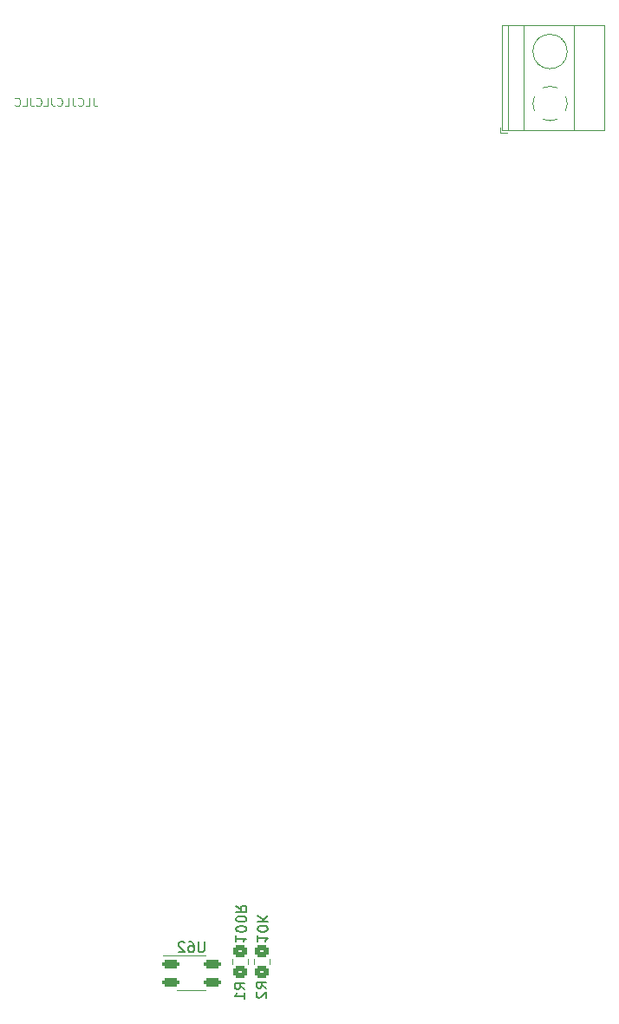
<source format=gbr>
%TF.GenerationSoftware,KiCad,Pcbnew,7.0.9*%
%TF.CreationDate,2023-12-06T10:58:59+01:00*%
%TF.ProjectId,board_fully_integrated,626f6172-645f-4667-956c-6c795f696e74,rev?*%
%TF.SameCoordinates,Original*%
%TF.FileFunction,Legend,Bot*%
%TF.FilePolarity,Positive*%
%FSLAX46Y46*%
G04 Gerber Fmt 4.6, Leading zero omitted, Abs format (unit mm)*
G04 Created by KiCad (PCBNEW 7.0.9) date 2023-12-06 10:58:59*
%MOMM*%
%LPD*%
G01*
G04 APERTURE LIST*
G04 Aperture macros list*
%AMRoundRect*
0 Rectangle with rounded corners*
0 $1 Rounding radius*
0 $2 $3 $4 $5 $6 $7 $8 $9 X,Y pos of 4 corners*
0 Add a 4 corners polygon primitive as box body*
4,1,4,$2,$3,$4,$5,$6,$7,$8,$9,$2,$3,0*
0 Add four circle primitives for the rounded corners*
1,1,$1+$1,$2,$3*
1,1,$1+$1,$4,$5*
1,1,$1+$1,$6,$7*
1,1,$1+$1,$8,$9*
0 Add four rect primitives between the rounded corners*
20,1,$1+$1,$2,$3,$4,$5,0*
20,1,$1+$1,$4,$5,$6,$7,0*
20,1,$1+$1,$6,$7,$8,$9,0*
20,1,$1+$1,$8,$9,$2,$3,0*%
G04 Aperture macros list end*
%ADD10C,0.080000*%
%ADD11C,0.150000*%
%ADD12C,0.120000*%
%ADD13C,3.800000*%
%ADD14C,3.200000*%
%ADD15R,1.700000X1.700000*%
%ADD16O,1.700000X1.700000*%
%ADD17R,0.850000X0.850000*%
%ADD18O,0.850000X0.850000*%
%ADD19RoundRect,0.250000X0.450000X-0.350000X0.450000X0.350000X-0.450000X0.350000X-0.450000X-0.350000X0*%
%ADD20RoundRect,0.250000X-0.450000X0.350000X-0.450000X-0.350000X0.450000X-0.350000X0.450000X0.350000X0*%
%ADD21R,2.600000X2.600000*%
%ADD22C,2.600000*%
%ADD23RoundRect,0.197500X-0.632500X0.197500X-0.632500X-0.197500X0.632500X-0.197500X0.632500X0.197500X0*%
G04 APERTURE END LIST*
D10*
X215419627Y-211427988D02*
X215419627Y-211999416D01*
X215419627Y-211999416D02*
X215457722Y-212113702D01*
X215457722Y-212113702D02*
X215533913Y-212189893D01*
X215533913Y-212189893D02*
X215648198Y-212227988D01*
X215648198Y-212227988D02*
X215724389Y-212227988D01*
X214657722Y-212227988D02*
X215038674Y-212227988D01*
X215038674Y-212227988D02*
X215038674Y-211427988D01*
X213933912Y-212151797D02*
X213972008Y-212189893D01*
X213972008Y-212189893D02*
X214086293Y-212227988D01*
X214086293Y-212227988D02*
X214162484Y-212227988D01*
X214162484Y-212227988D02*
X214276770Y-212189893D01*
X214276770Y-212189893D02*
X214352960Y-212113702D01*
X214352960Y-212113702D02*
X214391055Y-212037512D01*
X214391055Y-212037512D02*
X214429151Y-211885131D01*
X214429151Y-211885131D02*
X214429151Y-211770845D01*
X214429151Y-211770845D02*
X214391055Y-211618464D01*
X214391055Y-211618464D02*
X214352960Y-211542273D01*
X214352960Y-211542273D02*
X214276770Y-211466083D01*
X214276770Y-211466083D02*
X214162484Y-211427988D01*
X214162484Y-211427988D02*
X214086293Y-211427988D01*
X214086293Y-211427988D02*
X213972008Y-211466083D01*
X213972008Y-211466083D02*
X213933912Y-211504178D01*
X213362484Y-211427988D02*
X213362484Y-211999416D01*
X213362484Y-211999416D02*
X213400579Y-212113702D01*
X213400579Y-212113702D02*
X213476770Y-212189893D01*
X213476770Y-212189893D02*
X213591055Y-212227988D01*
X213591055Y-212227988D02*
X213667246Y-212227988D01*
X212600579Y-212227988D02*
X212981531Y-212227988D01*
X212981531Y-212227988D02*
X212981531Y-211427988D01*
X211876769Y-212151797D02*
X211914865Y-212189893D01*
X211914865Y-212189893D02*
X212029150Y-212227988D01*
X212029150Y-212227988D02*
X212105341Y-212227988D01*
X212105341Y-212227988D02*
X212219627Y-212189893D01*
X212219627Y-212189893D02*
X212295817Y-212113702D01*
X212295817Y-212113702D02*
X212333912Y-212037512D01*
X212333912Y-212037512D02*
X212372008Y-211885131D01*
X212372008Y-211885131D02*
X212372008Y-211770845D01*
X212372008Y-211770845D02*
X212333912Y-211618464D01*
X212333912Y-211618464D02*
X212295817Y-211542273D01*
X212295817Y-211542273D02*
X212219627Y-211466083D01*
X212219627Y-211466083D02*
X212105341Y-211427988D01*
X212105341Y-211427988D02*
X212029150Y-211427988D01*
X212029150Y-211427988D02*
X211914865Y-211466083D01*
X211914865Y-211466083D02*
X211876769Y-211504178D01*
X211305341Y-211427988D02*
X211305341Y-211999416D01*
X211305341Y-211999416D02*
X211343436Y-212113702D01*
X211343436Y-212113702D02*
X211419627Y-212189893D01*
X211419627Y-212189893D02*
X211533912Y-212227988D01*
X211533912Y-212227988D02*
X211610103Y-212227988D01*
X210543436Y-212227988D02*
X210924388Y-212227988D01*
X210924388Y-212227988D02*
X210924388Y-211427988D01*
X209819626Y-212151797D02*
X209857722Y-212189893D01*
X209857722Y-212189893D02*
X209972007Y-212227988D01*
X209972007Y-212227988D02*
X210048198Y-212227988D01*
X210048198Y-212227988D02*
X210162484Y-212189893D01*
X210162484Y-212189893D02*
X210238674Y-212113702D01*
X210238674Y-212113702D02*
X210276769Y-212037512D01*
X210276769Y-212037512D02*
X210314865Y-211885131D01*
X210314865Y-211885131D02*
X210314865Y-211770845D01*
X210314865Y-211770845D02*
X210276769Y-211618464D01*
X210276769Y-211618464D02*
X210238674Y-211542273D01*
X210238674Y-211542273D02*
X210162484Y-211466083D01*
X210162484Y-211466083D02*
X210048198Y-211427988D01*
X210048198Y-211427988D02*
X209972007Y-211427988D01*
X209972007Y-211427988D02*
X209857722Y-211466083D01*
X209857722Y-211466083D02*
X209819626Y-211504178D01*
X209248198Y-211427988D02*
X209248198Y-211999416D01*
X209248198Y-211999416D02*
X209286293Y-212113702D01*
X209286293Y-212113702D02*
X209362484Y-212189893D01*
X209362484Y-212189893D02*
X209476769Y-212227988D01*
X209476769Y-212227988D02*
X209552960Y-212227988D01*
X208486293Y-212227988D02*
X208867245Y-212227988D01*
X208867245Y-212227988D02*
X208867245Y-211427988D01*
X207762483Y-212151797D02*
X207800579Y-212189893D01*
X207800579Y-212189893D02*
X207914864Y-212227988D01*
X207914864Y-212227988D02*
X207991055Y-212227988D01*
X207991055Y-212227988D02*
X208105341Y-212189893D01*
X208105341Y-212189893D02*
X208181531Y-212113702D01*
X208181531Y-212113702D02*
X208219626Y-212037512D01*
X208219626Y-212037512D02*
X208257722Y-211885131D01*
X208257722Y-211885131D02*
X208257722Y-211770845D01*
X208257722Y-211770845D02*
X208219626Y-211618464D01*
X208219626Y-211618464D02*
X208181531Y-211542273D01*
X208181531Y-211542273D02*
X208105341Y-211466083D01*
X208105341Y-211466083D02*
X207991055Y-211427988D01*
X207991055Y-211427988D02*
X207914864Y-211427988D01*
X207914864Y-211427988D02*
X207800579Y-211466083D01*
X207800579Y-211466083D02*
X207762483Y-211504178D01*
D11*
X231441304Y-293176269D02*
X231441304Y-293747697D01*
X231441304Y-293461983D02*
X232441304Y-293461983D01*
X232441304Y-293461983D02*
X232298447Y-293557221D01*
X232298447Y-293557221D02*
X232203209Y-293652459D01*
X232203209Y-293652459D02*
X232155590Y-293747697D01*
X232441304Y-292557221D02*
X232441304Y-292461983D01*
X232441304Y-292461983D02*
X232393685Y-292366745D01*
X232393685Y-292366745D02*
X232346066Y-292319126D01*
X232346066Y-292319126D02*
X232250828Y-292271507D01*
X232250828Y-292271507D02*
X232060352Y-292223888D01*
X232060352Y-292223888D02*
X231822257Y-292223888D01*
X231822257Y-292223888D02*
X231631781Y-292271507D01*
X231631781Y-292271507D02*
X231536543Y-292319126D01*
X231536543Y-292319126D02*
X231488924Y-292366745D01*
X231488924Y-292366745D02*
X231441304Y-292461983D01*
X231441304Y-292461983D02*
X231441304Y-292557221D01*
X231441304Y-292557221D02*
X231488924Y-292652459D01*
X231488924Y-292652459D02*
X231536543Y-292700078D01*
X231536543Y-292700078D02*
X231631781Y-292747697D01*
X231631781Y-292747697D02*
X231822257Y-292795316D01*
X231822257Y-292795316D02*
X232060352Y-292795316D01*
X232060352Y-292795316D02*
X232250828Y-292747697D01*
X232250828Y-292747697D02*
X232346066Y-292700078D01*
X232346066Y-292700078D02*
X232393685Y-292652459D01*
X232393685Y-292652459D02*
X232441304Y-292557221D01*
X231441304Y-291795316D02*
X232441304Y-291795316D01*
X231441304Y-291223888D02*
X232012733Y-291652459D01*
X232441304Y-291223888D02*
X231869876Y-291795316D01*
X229333992Y-293186199D02*
X229333992Y-293757627D01*
X229333992Y-293471913D02*
X230333992Y-293471913D01*
X230333992Y-293471913D02*
X230191135Y-293567151D01*
X230191135Y-293567151D02*
X230095897Y-293662389D01*
X230095897Y-293662389D02*
X230048278Y-293757627D01*
X230333992Y-292567151D02*
X230333992Y-292471913D01*
X230333992Y-292471913D02*
X230286373Y-292376675D01*
X230286373Y-292376675D02*
X230238754Y-292329056D01*
X230238754Y-292329056D02*
X230143516Y-292281437D01*
X230143516Y-292281437D02*
X229953040Y-292233818D01*
X229953040Y-292233818D02*
X229714945Y-292233818D01*
X229714945Y-292233818D02*
X229524469Y-292281437D01*
X229524469Y-292281437D02*
X229429231Y-292329056D01*
X229429231Y-292329056D02*
X229381612Y-292376675D01*
X229381612Y-292376675D02*
X229333992Y-292471913D01*
X229333992Y-292471913D02*
X229333992Y-292567151D01*
X229333992Y-292567151D02*
X229381612Y-292662389D01*
X229381612Y-292662389D02*
X229429231Y-292710008D01*
X229429231Y-292710008D02*
X229524469Y-292757627D01*
X229524469Y-292757627D02*
X229714945Y-292805246D01*
X229714945Y-292805246D02*
X229953040Y-292805246D01*
X229953040Y-292805246D02*
X230143516Y-292757627D01*
X230143516Y-292757627D02*
X230238754Y-292710008D01*
X230238754Y-292710008D02*
X230286373Y-292662389D01*
X230286373Y-292662389D02*
X230333992Y-292567151D01*
X230333992Y-291614770D02*
X230333992Y-291519532D01*
X230333992Y-291519532D02*
X230286373Y-291424294D01*
X230286373Y-291424294D02*
X230238754Y-291376675D01*
X230238754Y-291376675D02*
X230143516Y-291329056D01*
X230143516Y-291329056D02*
X229953040Y-291281437D01*
X229953040Y-291281437D02*
X229714945Y-291281437D01*
X229714945Y-291281437D02*
X229524469Y-291329056D01*
X229524469Y-291329056D02*
X229429231Y-291376675D01*
X229429231Y-291376675D02*
X229381612Y-291424294D01*
X229381612Y-291424294D02*
X229333992Y-291519532D01*
X229333992Y-291519532D02*
X229333992Y-291614770D01*
X229333992Y-291614770D02*
X229381612Y-291710008D01*
X229381612Y-291710008D02*
X229429231Y-291757627D01*
X229429231Y-291757627D02*
X229524469Y-291805246D01*
X229524469Y-291805246D02*
X229714945Y-291852865D01*
X229714945Y-291852865D02*
X229953040Y-291852865D01*
X229953040Y-291852865D02*
X230143516Y-291805246D01*
X230143516Y-291805246D02*
X230238754Y-291757627D01*
X230238754Y-291757627D02*
X230286373Y-291710008D01*
X230286373Y-291710008D02*
X230333992Y-291614770D01*
X229333992Y-290281437D02*
X229810183Y-290614770D01*
X229333992Y-290852865D02*
X230333992Y-290852865D01*
X230333992Y-290852865D02*
X230333992Y-290471913D01*
X230333992Y-290471913D02*
X230286373Y-290376675D01*
X230286373Y-290376675D02*
X230238754Y-290329056D01*
X230238754Y-290329056D02*
X230143516Y-290281437D01*
X230143516Y-290281437D02*
X230000659Y-290281437D01*
X230000659Y-290281437D02*
X229905421Y-290329056D01*
X229905421Y-290329056D02*
X229857802Y-290376675D01*
X229857802Y-290376675D02*
X229810183Y-290471913D01*
X229810183Y-290471913D02*
X229810183Y-290852865D01*
X232312813Y-298299879D02*
X231836622Y-297966546D01*
X232312813Y-297728451D02*
X231312813Y-297728451D01*
X231312813Y-297728451D02*
X231312813Y-298109403D01*
X231312813Y-298109403D02*
X231360432Y-298204641D01*
X231360432Y-298204641D02*
X231408051Y-298252260D01*
X231408051Y-298252260D02*
X231503289Y-298299879D01*
X231503289Y-298299879D02*
X231646146Y-298299879D01*
X231646146Y-298299879D02*
X231741384Y-298252260D01*
X231741384Y-298252260D02*
X231789003Y-298204641D01*
X231789003Y-298204641D02*
X231836622Y-298109403D01*
X231836622Y-298109403D02*
X231836622Y-297728451D01*
X231408051Y-298680832D02*
X231360432Y-298728451D01*
X231360432Y-298728451D02*
X231312813Y-298823689D01*
X231312813Y-298823689D02*
X231312813Y-299061784D01*
X231312813Y-299061784D02*
X231360432Y-299157022D01*
X231360432Y-299157022D02*
X231408051Y-299204641D01*
X231408051Y-299204641D02*
X231503289Y-299252260D01*
X231503289Y-299252260D02*
X231598527Y-299252260D01*
X231598527Y-299252260D02*
X231741384Y-299204641D01*
X231741384Y-299204641D02*
X232312813Y-298633213D01*
X232312813Y-298633213D02*
X232312813Y-299252260D01*
X230195397Y-298396581D02*
X229719206Y-298063248D01*
X230195397Y-297825153D02*
X229195397Y-297825153D01*
X229195397Y-297825153D02*
X229195397Y-298206105D01*
X229195397Y-298206105D02*
X229243016Y-298301343D01*
X229243016Y-298301343D02*
X229290635Y-298348962D01*
X229290635Y-298348962D02*
X229385873Y-298396581D01*
X229385873Y-298396581D02*
X229528730Y-298396581D01*
X229528730Y-298396581D02*
X229623968Y-298348962D01*
X229623968Y-298348962D02*
X229671587Y-298301343D01*
X229671587Y-298301343D02*
X229719206Y-298206105D01*
X229719206Y-298206105D02*
X229719206Y-297825153D01*
X230195397Y-299348962D02*
X230195397Y-298777534D01*
X230195397Y-299063248D02*
X229195397Y-299063248D01*
X229195397Y-299063248D02*
X229338254Y-298968010D01*
X229338254Y-298968010D02*
X229433492Y-298872772D01*
X229433492Y-298872772D02*
X229481111Y-298777534D01*
X226227700Y-293786741D02*
X226227700Y-294596264D01*
X226227700Y-294596264D02*
X226180081Y-294691502D01*
X226180081Y-294691502D02*
X226132462Y-294739122D01*
X226132462Y-294739122D02*
X226037224Y-294786741D01*
X226037224Y-294786741D02*
X225846748Y-294786741D01*
X225846748Y-294786741D02*
X225751510Y-294739122D01*
X225751510Y-294739122D02*
X225703891Y-294691502D01*
X225703891Y-294691502D02*
X225656272Y-294596264D01*
X225656272Y-294596264D02*
X225656272Y-293786741D01*
X224751510Y-293786741D02*
X224941986Y-293786741D01*
X224941986Y-293786741D02*
X225037224Y-293834360D01*
X225037224Y-293834360D02*
X225084843Y-293881979D01*
X225084843Y-293881979D02*
X225180081Y-294024836D01*
X225180081Y-294024836D02*
X225227700Y-294215312D01*
X225227700Y-294215312D02*
X225227700Y-294596264D01*
X225227700Y-294596264D02*
X225180081Y-294691502D01*
X225180081Y-294691502D02*
X225132462Y-294739122D01*
X225132462Y-294739122D02*
X225037224Y-294786741D01*
X225037224Y-294786741D02*
X224846748Y-294786741D01*
X224846748Y-294786741D02*
X224751510Y-294739122D01*
X224751510Y-294739122D02*
X224703891Y-294691502D01*
X224703891Y-294691502D02*
X224656272Y-294596264D01*
X224656272Y-294596264D02*
X224656272Y-294358169D01*
X224656272Y-294358169D02*
X224703891Y-294262931D01*
X224703891Y-294262931D02*
X224751510Y-294215312D01*
X224751510Y-294215312D02*
X224846748Y-294167693D01*
X224846748Y-294167693D02*
X225037224Y-294167693D01*
X225037224Y-294167693D02*
X225132462Y-294215312D01*
X225132462Y-294215312D02*
X225180081Y-294262931D01*
X225180081Y-294262931D02*
X225227700Y-294358169D01*
X224275319Y-293881979D02*
X224227700Y-293834360D01*
X224227700Y-293834360D02*
X224132462Y-293786741D01*
X224132462Y-293786741D02*
X223894367Y-293786741D01*
X223894367Y-293786741D02*
X223799129Y-293834360D01*
X223799129Y-293834360D02*
X223751510Y-293881979D01*
X223751510Y-293881979D02*
X223703891Y-293977217D01*
X223703891Y-293977217D02*
X223703891Y-294072455D01*
X223703891Y-294072455D02*
X223751510Y-294215312D01*
X223751510Y-294215312D02*
X224322938Y-294786741D01*
X224322938Y-294786741D02*
X223703891Y-294786741D01*
D12*
%TO.C,R2*%
X231104065Y-295935373D02*
X231104065Y-295481245D01*
X232574065Y-295935373D02*
X232574065Y-295481245D01*
%TO.C,R1*%
X230472066Y-295481245D02*
X230472066Y-295935373D01*
X229002066Y-295481245D02*
X229002066Y-295935373D01*
%TO.C,J11*%
X255100000Y-214840000D02*
X255100000Y-214340000D01*
X255840000Y-214840000D02*
X255100000Y-214840000D01*
X255340000Y-214600000D02*
X255340000Y-204320000D01*
X255900000Y-214600000D02*
X255900000Y-204320000D01*
X257400000Y-214600000D02*
X257400000Y-204320000D01*
X262301000Y-214600000D02*
X262301000Y-204320000D01*
X265261000Y-214600000D02*
X255340000Y-214600000D01*
X265261000Y-214600000D02*
X265261000Y-204320000D01*
X258977000Y-208147000D02*
X258931000Y-208194000D01*
X258761000Y-207954000D02*
X258726000Y-207989000D01*
X261275000Y-205850000D02*
X261239000Y-205885000D01*
X261069000Y-205645000D02*
X261023000Y-205692000D01*
X265261000Y-204320000D02*
X255340000Y-204320000D01*
X259316958Y-213535427D02*
G75*
G03*
X260684000Y-213535000I683041J1535420D01*
G01*
X258319748Y-211971195D02*
G75*
G03*
X258465001Y-212684000I1680253J-28806D01*
G01*
X258465244Y-211316682D02*
G75*
G03*
X258320000Y-212000000I1534756J-683318D01*
G01*
X261535427Y-212683042D02*
G75*
G03*
X261535000Y-211316000I-1535420J683041D01*
G01*
X260683042Y-210464573D02*
G75*
G03*
X259316000Y-210465000I-683041J-1535431D01*
G01*
X261680000Y-206920000D02*
G75*
G03*
X261680000Y-206920000I-1680000J0D01*
G01*
%TO.C,U62*%
X226389606Y-295131922D02*
X222189606Y-295131922D01*
X226389606Y-298531922D02*
X223589606Y-298531922D01*
%TD*%
%LPC*%
D13*
%TO.C,H1*%
X225000000Y-323000000D03*
%TD*%
%TO.C,H1*%
X89770384Y-188765334D03*
%TD*%
D14*
%TO.C,H6*%
X273497423Y-253000000D03*
%TD*%
D13*
%TO.C,H1*%
X155000000Y-346243557D03*
%TD*%
%TO.C,H1*%
X103756443Y-155000000D03*
%TD*%
%TO.C,H1*%
X170750000Y-131036244D03*
%TD*%
%TO.C,H1*%
X355336823Y-300250000D03*
%TD*%
%TO.C,H1*%
X319660731Y-250364266D03*
%TD*%
%TO.C,H1*%
X286871843Y-286871843D03*
%TD*%
%TO.C,H1*%
X140481490Y-202353334D03*
%TD*%
%TO.C,H1*%
X346268813Y-346268813D03*
%TD*%
%TO.C,H1*%
X263952266Y-79628163D03*
%TD*%
%TO.C,H1*%
X300250000Y-94663177D03*
%TD*%
%TO.C,H1*%
X301721086Y-301721086D03*
%TD*%
%TO.C,H1*%
X126005051Y-126005051D03*
%TD*%
%TO.C,H1*%
X268750000Y-149222777D03*
%TD*%
%TO.C,H1*%
X149222777Y-268750000D03*
%TD*%
%TO.C,H1*%
X310750000Y-76476643D03*
%TD*%
%TO.C,H1*%
X264597980Y-264597980D03*
%TD*%
%TO.C,H1*%
X301721086Y-148278914D03*
%TD*%
%TO.C,H1*%
X170908154Y-210506133D03*
%TD*%
%TO.C,H1*%
X134000000Y-382616623D03*
%TD*%
%TO.C,H1*%
X158316044Y-186500000D03*
%TD*%
%TO.C,H1*%
X316570328Y-133429672D03*
%TD*%
%TO.C,H1*%
X266669866Y-69485942D03*
%TD*%
D14*
%TO.C,H4*%
X253000000Y-176502577D03*
%TD*%
D13*
%TO.C,H1*%
X400798500Y-177894934D03*
%TD*%
%TO.C,H1*%
X337150290Y-160250000D03*
%TD*%
%TO.C,H1*%
X120197048Y-196918134D03*
%TD*%
%TO.C,H1*%
X180612534Y-390656279D03*
%TD*%
%TO.C,H1*%
X360229616Y-261234666D03*
%TD*%
%TO.C,H1*%
X191482934Y-350087395D03*
%TD*%
%TO.C,H1*%
X255799466Y-339945173D03*
%TD*%
%TO.C,H1*%
X331419571Y-331419571D03*
%TD*%
D15*
%TO.C,J1*%
X257141306Y-267040053D03*
D16*
X257141306Y-264500053D03*
X257141306Y-261960053D03*
X257141306Y-259420053D03*
%TD*%
D13*
%TO.C,H1*%
X346243557Y-295000000D03*
%TD*%
%TO.C,H1*%
X370371837Y-186047734D03*
%TD*%
%TO.C,H1*%
X112849710Y-160250000D03*
%TD*%
D14*
%TO.C,H5*%
X273497423Y-197000000D03*
%TD*%
D13*
%TO.C,H1*%
X316000000Y-382616623D03*
%TD*%
%TO.C,H1*%
X69485942Y-266669866D03*
%TD*%
D17*
%TO.C,J35*%
X213391306Y-254830053D03*
D18*
X213391306Y-253830053D03*
X213391306Y-252830053D03*
X213391306Y-251830053D03*
X213391306Y-250830053D03*
X213391306Y-249830053D03*
X213391306Y-248830053D03*
X213391306Y-247830053D03*
X213391306Y-246830053D03*
X213391306Y-245830053D03*
X213391306Y-244830053D03*
%TD*%
D13*
%TO.C,H1*%
X176000000Y-309870490D03*
%TD*%
%TO.C,H1*%
X272022601Y-272022601D03*
%TD*%
%TO.C,H1*%
X258517066Y-350087395D03*
%TD*%
%TO.C,H1*%
X373523357Y-139250000D03*
%TD*%
%TO.C,H1*%
X167409311Y-191750000D03*
%TD*%
%TO.C,H1*%
X355336823Y-149750000D03*
%TD*%
%TO.C,H1*%
X67383377Y-134000000D03*
%TD*%
%TO.C,H1*%
X188765334Y-89770384D03*
%TD*%
%TO.C,H1*%
X282590689Y-258250000D03*
%TD*%
%TO.C,H1*%
X337150290Y-289750000D03*
%TD*%
%TO.C,H1*%
X225000000Y-375500000D03*
%TD*%
%TO.C,H1*%
X85569910Y-305500000D03*
%TD*%
%TO.C,H1*%
X225000000Y-354500000D03*
%TD*%
%TO.C,H1*%
X353693434Y-353693434D03*
%TD*%
%TO.C,H1*%
X139250000Y-76476643D03*
%TD*%
%TO.C,H1*%
X261234666Y-89770384D03*
%TD*%
%TO.C,H1*%
X318963756Y-279250000D03*
%TD*%
%TO.C,H1*%
X185402020Y-185402020D03*
%TD*%
%TO.C,H1*%
X364430090Y-305500000D03*
%TD*%
%TO.C,H1*%
X120197048Y-253081866D03*
%TD*%
%TO.C,H1*%
X111155808Y-111155808D03*
%TD*%
%TO.C,H1*%
X346243557Y-155000000D03*
%TD*%
%TO.C,H1*%
X148278914Y-148278914D03*
%TD*%
%TO.C,H1*%
X160250000Y-337150290D03*
%TD*%
%TO.C,H1*%
X103756443Y-295000000D03*
%TD*%
%TO.C,H1*%
X225000000Y-291500000D03*
%TD*%
%TO.C,H1*%
X382616623Y-316000000D03*
%TD*%
%TO.C,H1*%
X94663177Y-300250000D03*
%TD*%
%TO.C,H1*%
X131036244Y-170750000D03*
%TD*%
%TO.C,H1*%
X140129510Y-176000000D03*
%TD*%
%TO.C,H1*%
X299376289Y-244929066D03*
%TD*%
%TO.C,H1*%
X199635734Y-130339269D03*
%TD*%
%TO.C,H1*%
X284500000Y-328057023D03*
%TD*%
%TO.C,H1*%
X364430090Y-144500000D03*
%TD*%
%TO.C,H1*%
X183330134Y-380514058D03*
%TD*%
%TO.C,H1*%
X279091846Y-210506133D03*
%TD*%
%TO.C,H1*%
X207788534Y-289234067D03*
%TD*%
%TO.C,H1*%
X289234067Y-207788534D03*
%TD*%
%TO.C,H1*%
X295000000Y-346243557D03*
%TD*%
%TO.C,H1*%
X76476643Y-310750000D03*
%TD*%
%TO.C,H1*%
X49201500Y-177894934D03*
%TD*%
%TO.C,H1*%
X49201500Y-272105066D03*
%TD*%
%TO.C,H1*%
X181250000Y-149222777D03*
%TD*%
%TO.C,H1*%
X205070934Y-299376289D03*
%TD*%
D14*
%TO.C,H8*%
X197000000Y-273497423D03*
%TD*%
D13*
%TO.C,H1*%
X170552778Y-279447222D03*
%TD*%
%TO.C,H1*%
X110054827Y-194200534D03*
%TD*%
%TO.C,H1*%
X253081866Y-329802952D03*
%TD*%
%TO.C,H1*%
X244929066Y-299376289D03*
%TD*%
%TO.C,H1*%
X264597980Y-185402020D03*
%TD*%
%TO.C,H1*%
X295000000Y-103756443D03*
%TD*%
%TO.C,H1*%
X310750000Y-373523357D03*
%TD*%
%TO.C,H1*%
X319660731Y-199635734D03*
%TD*%
%TO.C,H1*%
X149750000Y-355336823D03*
%TD*%
%TO.C,H1*%
X242211466Y-160765933D03*
%TD*%
%TO.C,H1*%
X170552778Y-170552778D03*
%TD*%
D14*
%TO.C,H9*%
X176502577Y-253000000D03*
%TD*%
D13*
%TO.C,H1*%
X309145707Y-309145707D03*
%TD*%
%TO.C,H1*%
X294296465Y-155703535D03*
%TD*%
%TO.C,H1*%
X255799466Y-110054827D03*
%TD*%
%TO.C,H1*%
X133429672Y-316570328D03*
%TD*%
%TO.C,H1*%
X274000000Y-309870490D03*
%TD*%
%TO.C,H1*%
X258250000Y-167409311D03*
%TD*%
%TO.C,H1*%
X268750000Y-300777223D03*
%TD*%
%TO.C,H1*%
X380514058Y-183330134D03*
%TD*%
%TO.C,H1*%
X279250000Y-318963756D03*
%TD*%
%TO.C,H1*%
X155703535Y-155703535D03*
%TD*%
%TO.C,H1*%
X111155808Y-338844192D03*
%TD*%
%TO.C,H1*%
X79628163Y-186047734D03*
%TD*%
%TO.C,H1*%
X188765334Y-360229616D03*
%TD*%
%TO.C,H1*%
X186500000Y-291683956D03*
%TD*%
%TO.C,H1*%
X400798500Y-272105066D03*
%TD*%
%TO.C,H1*%
X323994949Y-323994949D03*
%TD*%
%TO.C,H1*%
X225000000Y-312500000D03*
%TD*%
%TO.C,H1*%
X253081866Y-120197048D03*
%TD*%
%TO.C,H1*%
X247646666Y-309518510D03*
%TD*%
%TO.C,H1*%
X163128157Y-163128157D03*
%TD*%
%TO.C,H1*%
X186500000Y-158316044D03*
%TD*%
%TO.C,H1*%
X300777223Y-181250000D03*
%TD*%
%TO.C,H1*%
X225000000Y-386000000D03*
%TD*%
%TO.C,H1*%
X289234067Y-242211466D03*
%TD*%
%TO.C,H1*%
X338844192Y-338844192D03*
%TD*%
%TO.C,H1*%
X144500000Y-85569910D03*
%TD*%
%TO.C,H1*%
X133429672Y-133429672D03*
%TD*%
%TO.C,H1*%
X284500000Y-121942977D03*
%TD*%
%TO.C,H1*%
X170750000Y-318963756D03*
%TD*%
%TO.C,H1*%
X239493867Y-170908154D03*
%TD*%
%TO.C,H1*%
X225000000Y-344000000D03*
%TD*%
%TO.C,H1*%
X291683956Y-263500000D03*
%TD*%
%TO.C,H1*%
X309518510Y-202353334D03*
%TD*%
%TO.C,H1*%
X177977399Y-177977399D03*
%TD*%
%TO.C,H1*%
X180612534Y-59343721D03*
%TD*%
%TO.C,H1*%
X299376289Y-205070934D03*
%TD*%
%TO.C,H1*%
X191482934Y-99912605D03*
%TD*%
%TO.C,H1*%
X225000000Y-302000000D03*
%TD*%
%TO.C,H1*%
X305500000Y-85569910D03*
%TD*%
%TO.C,H1*%
X130339269Y-250364266D03*
%TD*%
%TO.C,H1*%
X225000000Y-333500000D03*
%TD*%
%TO.C,H1*%
X99912605Y-191482934D03*
%TD*%
%TO.C,H1*%
X346268813Y-103731187D03*
%TD*%
%TO.C,H1*%
X294296465Y-294296465D03*
%TD*%
%TO.C,H1*%
X126005051Y-323994949D03*
%TD*%
%TO.C,H1*%
X390656279Y-269387466D03*
%TD*%
%TO.C,H1*%
X289750000Y-337150290D03*
%TD*%
%TO.C,H1*%
X199635734Y-319660731D03*
%TD*%
%TO.C,H1*%
X309870490Y-274000000D03*
%TD*%
%TO.C,H1*%
X258517066Y-99912605D03*
%TD*%
%TO.C,H1*%
X350087395Y-191482934D03*
%TD*%
%TO.C,H1*%
X149222777Y-181250000D03*
%TD*%
%TO.C,H1*%
X186047734Y-79628163D03*
%TD*%
%TO.C,H1*%
X329802952Y-196918134D03*
%TD*%
%TO.C,H1*%
X309870490Y-176000000D03*
%TD*%
%TO.C,H1*%
X196918134Y-120197048D03*
%TD*%
%TO.C,H1*%
X328057023Y-284500000D03*
%TD*%
%TO.C,H1*%
X194200534Y-339945173D03*
%TD*%
%TO.C,H1*%
X339945173Y-194200534D03*
%TD*%
%TO.C,H1*%
X242211466Y-289234067D03*
%TD*%
%TO.C,H1*%
X158316044Y-263500000D03*
%TD*%
%TO.C,H1*%
X194200534Y-110054827D03*
%TD*%
%TO.C,H1*%
X380514058Y-266669866D03*
%TD*%
%TO.C,H1*%
X79628163Y-263952266D03*
%TD*%
%TO.C,H1*%
X263500000Y-291683956D03*
%TD*%
%TO.C,H1*%
X263952266Y-370371837D03*
%TD*%
%TO.C,H1*%
X170908154Y-239493867D03*
%TD*%
%TO.C,H1*%
X140854293Y-309145707D03*
%TD*%
%TO.C,H1*%
X160765933Y-207788534D03*
%TD*%
%TO.C,H1*%
X353693434Y-96306566D03*
%TD*%
%TO.C,H1*%
X300777223Y-268750000D03*
%TD*%
%TO.C,H1*%
X279447222Y-279447222D03*
%TD*%
%TO.C,H1*%
X331419571Y-118580429D03*
%TD*%
%TO.C,H1*%
X309145707Y-140854293D03*
%TD*%
%TO.C,H1*%
X118580429Y-118580429D03*
%TD*%
%TO.C,H1*%
X191750000Y-282590689D03*
%TD*%
%TO.C,H1*%
X279091846Y-239493867D03*
%TD*%
%TO.C,H1*%
X269387466Y-59343721D03*
%TD*%
%TO.C,H1*%
X373523357Y-310750000D03*
%TD*%
%TO.C,H1*%
X207788534Y-160765933D03*
%TD*%
%TO.C,H1*%
X177894934Y-49201500D03*
%TD*%
%TO.C,H1*%
X205070934Y-150623711D03*
%TD*%
%TO.C,H1*%
X139250000Y-373523357D03*
%TD*%
%TO.C,H1*%
X165500000Y-121942977D03*
%TD*%
%TO.C,H1*%
X316570328Y-316570328D03*
%TD*%
%TO.C,H1*%
X160250000Y-112849710D03*
%TD*%
%TO.C,H1*%
X140481490Y-247646666D03*
%TD*%
%TO.C,H1*%
X121942977Y-165500000D03*
%TD*%
%TO.C,H1*%
X160765933Y-242211466D03*
%TD*%
%TO.C,H1*%
X89770384Y-261234666D03*
%TD*%
%TO.C,H1*%
X134000000Y-67383377D03*
%TD*%
%TO.C,H1*%
X250364266Y-319660731D03*
%TD*%
%TO.C,H1*%
X155703535Y-294296465D03*
%TD*%
D14*
%TO.C,H10*%
X176502577Y-197000000D03*
%TD*%
D13*
%TO.C,H1*%
X328057023Y-165500000D03*
%TD*%
%TO.C,H1*%
X350087395Y-258517066D03*
%TD*%
%TO.C,H1*%
X279447222Y-170552778D03*
%TD*%
%TO.C,H1*%
X210506133Y-170908154D03*
%TD*%
%TO.C,H1*%
X305500000Y-364430090D03*
%TD*%
%TO.C,H1*%
X59343721Y-269387466D03*
%TD*%
%TO.C,H1*%
X279250000Y-131036244D03*
%TD*%
%TO.C,H1*%
X316000000Y-67383377D03*
%TD*%
%TO.C,H1*%
X177894934Y-400798500D03*
%TD*%
%TO.C,H1*%
X225000000Y-407000000D03*
%TD*%
%TO.C,H1*%
X269387466Y-390656279D03*
%TD*%
%TO.C,H1*%
X250364266Y-130339269D03*
%TD*%
%TO.C,H1*%
X309518510Y-247646666D03*
%TD*%
%TO.C,H1*%
X225000000Y-396500000D03*
%TD*%
%TO.C,H1*%
X323994949Y-126005051D03*
%TD*%
%TO.C,H1*%
X390656279Y-180612534D03*
%TD*%
%TO.C,H1*%
X186047734Y-370371837D03*
%TD*%
%TO.C,H1*%
X286871843Y-163128157D03*
%TD*%
%TO.C,H1*%
X148278914Y-301721086D03*
%TD*%
%TO.C,H1*%
X163128157Y-286871843D03*
%TD*%
%TO.C,H1*%
X177977399Y-272022601D03*
%TD*%
%TO.C,H1*%
X121942977Y-284500000D03*
%TD*%
%TO.C,H1*%
X103731187Y-346268813D03*
%TD*%
D14*
%TO.C,H3*%
X197000000Y-176502577D03*
%TD*%
D13*
%TO.C,H1*%
X59343721Y-180612534D03*
%TD*%
D14*
%TO.C,H7*%
X253000000Y-273497423D03*
%TD*%
D13*
%TO.C,H1*%
X274000000Y-140129510D03*
%TD*%
%TO.C,H1*%
X112849710Y-289750000D03*
%TD*%
%TO.C,H1*%
X85569910Y-144500000D03*
%TD*%
%TO.C,H1*%
X339945173Y-255799466D03*
%TD*%
%TO.C,H1*%
X110054827Y-255799466D03*
%TD*%
%TO.C,H1*%
X149750000Y-94663177D03*
%TD*%
%TO.C,H1*%
X99912605Y-258517066D03*
%TD*%
%TO.C,H1*%
X165500000Y-328057023D03*
%TD*%
%TO.C,H1*%
X338844192Y-111155808D03*
%TD*%
%TO.C,H1*%
X263500000Y-158316044D03*
%TD*%
%TO.C,H1*%
X140854293Y-140854293D03*
%TD*%
%TO.C,H1*%
X318963756Y-170750000D03*
%TD*%
%TO.C,H1*%
X247646666Y-140481490D03*
%TD*%
%TO.C,H1*%
X131036244Y-279250000D03*
%TD*%
%TO.C,H1*%
X176000000Y-140129510D03*
%TD*%
%TO.C,H1*%
X150623711Y-244929066D03*
%TD*%
%TO.C,H1*%
X272105066Y-49201500D03*
%TD*%
%TO.C,H1*%
X360229616Y-188765334D03*
%TD*%
%TO.C,H1*%
X196918134Y-329802952D03*
%TD*%
%TO.C,H1*%
X155000000Y-103756443D03*
%TD*%
%TO.C,H1*%
X289750000Y-112849710D03*
%TD*%
%TO.C,H1*%
X300250000Y-355336823D03*
%TD*%
%TO.C,H1*%
X76476643Y-139250000D03*
%TD*%
%TO.C,H1*%
X261234666Y-360229616D03*
%TD*%
%TO.C,H1*%
X150623711Y-205070934D03*
%TD*%
%TO.C,H1*%
X103731187Y-103731187D03*
%TD*%
%TO.C,H1*%
X130339269Y-199635734D03*
%TD*%
%TO.C,H1*%
X272105066Y-400798500D03*
%TD*%
%TO.C,H1*%
X258250000Y-282590689D03*
%TD*%
%TO.C,H1*%
X69485942Y-183330134D03*
%TD*%
%TO.C,H1*%
X181250000Y-300777223D03*
%TD*%
%TO.C,H1*%
X329802952Y-253081866D03*
%TD*%
%TO.C,H1*%
X96306566Y-96306566D03*
%TD*%
%TO.C,H1*%
X202353334Y-309518510D03*
%TD*%
%TO.C,H1*%
X183330134Y-69485942D03*
%TD*%
%TO.C,H1*%
X291683956Y-186500000D03*
%TD*%
%TO.C,H1*%
X225000000Y-365000000D03*
%TD*%
%TO.C,H1*%
X272022601Y-177977399D03*
%TD*%
%TO.C,H1*%
X191750000Y-167409311D03*
%TD*%
%TO.C,H1*%
X94663177Y-149750000D03*
%TD*%
%TO.C,H1*%
X140129510Y-274000000D03*
%TD*%
%TO.C,H1*%
X244929066Y-150623711D03*
%TD*%
%TO.C,H1*%
X67383377Y-316000000D03*
%TD*%
%TO.C,H1*%
X282590689Y-191750000D03*
%TD*%
%TO.C,H1*%
X266669866Y-380514058D03*
%TD*%
%TO.C,H1*%
X202353334Y-140481490D03*
%TD*%
%TO.C,H1*%
X382616623Y-134000000D03*
%TD*%
%TO.C,H1*%
X167409311Y-258250000D03*
%TD*%
%TO.C,H1*%
X370371837Y-263952266D03*
%TD*%
%TO.C,H1*%
X185402020Y-264597980D03*
%TD*%
%TO.C,H1*%
X144500000Y-364430090D03*
%TD*%
%TO.C,H1*%
X96306566Y-353693434D03*
%TD*%
%TO.C,H1*%
X118580429Y-331419571D03*
%TD*%
D19*
%TO.C,R2*%
X231839065Y-296708309D03*
X231839065Y-294708309D03*
%TD*%
D20*
%TO.C,R1*%
X229737066Y-294708309D03*
X229737066Y-296708309D03*
%TD*%
D21*
%TO.C,J11*%
X260000000Y-212000000D03*
D22*
X260000000Y-206920000D03*
%TD*%
D23*
%TO.C,U62*%
X222989606Y-295931922D03*
X226989606Y-295931922D03*
X226989606Y-297731922D03*
X222989606Y-297731922D03*
%TD*%
%LPD*%
M02*

</source>
